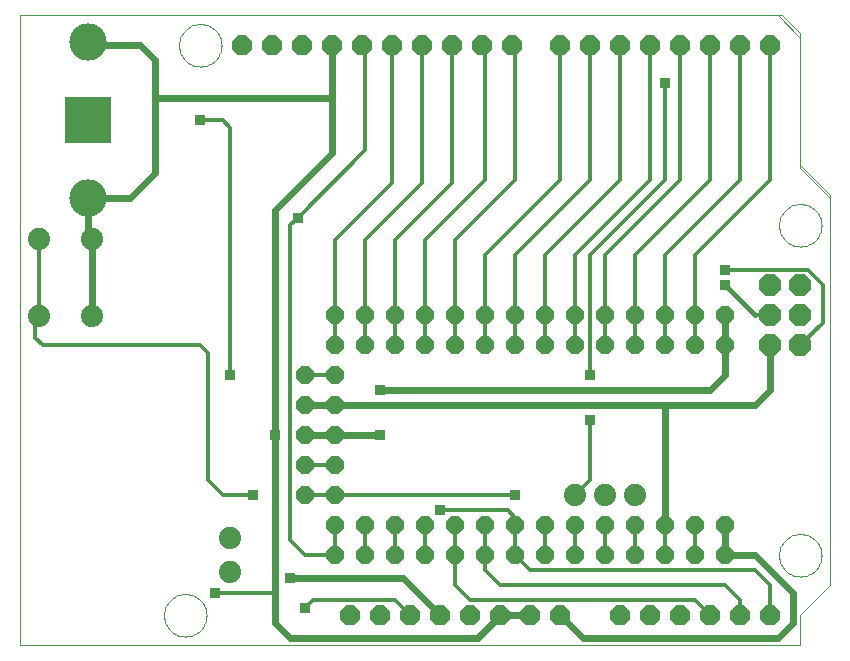
<source format=gbl>
G75*
G70*
%OFA0B0*%
%FSLAX24Y24*%
%IPPOS*%
%LPD*%
%AMOC8*
5,1,8,0,0,1.08239X$1,22.5*
%
%ADD10C,0.0000*%
%ADD11OC8,0.0740*%
%ADD12OC8,0.0660*%
%ADD13OC8,0.0600*%
%ADD14C,0.0740*%
%ADD15R,0.1560X0.1560*%
%ADD16C,0.1250*%
%ADD17C,0.0240*%
%ADD18R,0.0356X0.0356*%
%ADD19C,0.0120*%
%ADD20C,0.0160*%
D10*
X007831Y006663D02*
X007831Y027663D01*
X033231Y027663D01*
X033831Y027063D01*
X033831Y022563D01*
X034831Y021563D01*
X034831Y008663D01*
X033831Y007663D01*
X033831Y006663D01*
X007831Y006663D01*
X007831Y027663D01*
X033081Y027663D01*
X033831Y026913D01*
X033831Y022663D01*
X034831Y021663D01*
X034831Y008663D01*
X033831Y007663D01*
X033831Y006663D01*
X007831Y006663D01*
X012622Y007663D02*
X012624Y007716D01*
X012630Y007769D01*
X012640Y007821D01*
X012653Y007872D01*
X012671Y007922D01*
X012692Y007971D01*
X012717Y008018D01*
X012745Y008062D01*
X012777Y008105D01*
X012811Y008145D01*
X012849Y008183D01*
X012889Y008217D01*
X012932Y008249D01*
X012977Y008277D01*
X013023Y008302D01*
X013072Y008323D01*
X013122Y008341D01*
X013173Y008354D01*
X013225Y008364D01*
X013278Y008370D01*
X013331Y008372D01*
X013384Y008370D01*
X013437Y008364D01*
X013489Y008354D01*
X013540Y008341D01*
X013590Y008323D01*
X013639Y008302D01*
X013686Y008277D01*
X013730Y008249D01*
X013773Y008217D01*
X013813Y008183D01*
X013851Y008145D01*
X013885Y008105D01*
X013917Y008062D01*
X013945Y008017D01*
X013970Y007971D01*
X013991Y007922D01*
X014009Y007872D01*
X014022Y007821D01*
X014032Y007769D01*
X014038Y007716D01*
X014040Y007663D01*
X014038Y007610D01*
X014032Y007557D01*
X014022Y007505D01*
X014009Y007454D01*
X013991Y007404D01*
X013970Y007355D01*
X013945Y007308D01*
X013917Y007264D01*
X013885Y007221D01*
X013851Y007181D01*
X013813Y007143D01*
X013773Y007109D01*
X013730Y007077D01*
X013685Y007049D01*
X013639Y007024D01*
X013590Y007003D01*
X013540Y006985D01*
X013489Y006972D01*
X013437Y006962D01*
X013384Y006956D01*
X013331Y006954D01*
X013278Y006956D01*
X013225Y006962D01*
X013173Y006972D01*
X013122Y006985D01*
X013072Y007003D01*
X013023Y007024D01*
X012976Y007049D01*
X012932Y007077D01*
X012889Y007109D01*
X012849Y007143D01*
X012811Y007181D01*
X012777Y007221D01*
X012745Y007264D01*
X012717Y007309D01*
X012692Y007355D01*
X012671Y007404D01*
X012653Y007454D01*
X012640Y007505D01*
X012630Y007557D01*
X012624Y007610D01*
X012622Y007663D01*
X033122Y009663D02*
X033124Y009716D01*
X033130Y009769D01*
X033140Y009821D01*
X033153Y009872D01*
X033171Y009922D01*
X033192Y009971D01*
X033217Y010018D01*
X033245Y010062D01*
X033277Y010105D01*
X033311Y010145D01*
X033349Y010183D01*
X033389Y010217D01*
X033432Y010249D01*
X033477Y010277D01*
X033523Y010302D01*
X033572Y010323D01*
X033622Y010341D01*
X033673Y010354D01*
X033725Y010364D01*
X033778Y010370D01*
X033831Y010372D01*
X033884Y010370D01*
X033937Y010364D01*
X033989Y010354D01*
X034040Y010341D01*
X034090Y010323D01*
X034139Y010302D01*
X034186Y010277D01*
X034230Y010249D01*
X034273Y010217D01*
X034313Y010183D01*
X034351Y010145D01*
X034385Y010105D01*
X034417Y010062D01*
X034445Y010017D01*
X034470Y009971D01*
X034491Y009922D01*
X034509Y009872D01*
X034522Y009821D01*
X034532Y009769D01*
X034538Y009716D01*
X034540Y009663D01*
X034538Y009610D01*
X034532Y009557D01*
X034522Y009505D01*
X034509Y009454D01*
X034491Y009404D01*
X034470Y009355D01*
X034445Y009308D01*
X034417Y009264D01*
X034385Y009221D01*
X034351Y009181D01*
X034313Y009143D01*
X034273Y009109D01*
X034230Y009077D01*
X034185Y009049D01*
X034139Y009024D01*
X034090Y009003D01*
X034040Y008985D01*
X033989Y008972D01*
X033937Y008962D01*
X033884Y008956D01*
X033831Y008954D01*
X033778Y008956D01*
X033725Y008962D01*
X033673Y008972D01*
X033622Y008985D01*
X033572Y009003D01*
X033523Y009024D01*
X033476Y009049D01*
X033432Y009077D01*
X033389Y009109D01*
X033349Y009143D01*
X033311Y009181D01*
X033277Y009221D01*
X033245Y009264D01*
X033217Y009309D01*
X033192Y009355D01*
X033171Y009404D01*
X033153Y009454D01*
X033140Y009505D01*
X033130Y009557D01*
X033124Y009610D01*
X033122Y009663D01*
X033122Y020663D02*
X033124Y020716D01*
X033130Y020769D01*
X033140Y020821D01*
X033153Y020872D01*
X033171Y020922D01*
X033192Y020971D01*
X033217Y021018D01*
X033245Y021062D01*
X033277Y021105D01*
X033311Y021145D01*
X033349Y021183D01*
X033389Y021217D01*
X033432Y021249D01*
X033477Y021277D01*
X033523Y021302D01*
X033572Y021323D01*
X033622Y021341D01*
X033673Y021354D01*
X033725Y021364D01*
X033778Y021370D01*
X033831Y021372D01*
X033884Y021370D01*
X033937Y021364D01*
X033989Y021354D01*
X034040Y021341D01*
X034090Y021323D01*
X034139Y021302D01*
X034186Y021277D01*
X034230Y021249D01*
X034273Y021217D01*
X034313Y021183D01*
X034351Y021145D01*
X034385Y021105D01*
X034417Y021062D01*
X034445Y021017D01*
X034470Y020971D01*
X034491Y020922D01*
X034509Y020872D01*
X034522Y020821D01*
X034532Y020769D01*
X034538Y020716D01*
X034540Y020663D01*
X034538Y020610D01*
X034532Y020557D01*
X034522Y020505D01*
X034509Y020454D01*
X034491Y020404D01*
X034470Y020355D01*
X034445Y020308D01*
X034417Y020264D01*
X034385Y020221D01*
X034351Y020181D01*
X034313Y020143D01*
X034273Y020109D01*
X034230Y020077D01*
X034185Y020049D01*
X034139Y020024D01*
X034090Y020003D01*
X034040Y019985D01*
X033989Y019972D01*
X033937Y019962D01*
X033884Y019956D01*
X033831Y019954D01*
X033778Y019956D01*
X033725Y019962D01*
X033673Y019972D01*
X033622Y019985D01*
X033572Y020003D01*
X033523Y020024D01*
X033476Y020049D01*
X033432Y020077D01*
X033389Y020109D01*
X033349Y020143D01*
X033311Y020181D01*
X033277Y020221D01*
X033245Y020264D01*
X033217Y020309D01*
X033192Y020355D01*
X033171Y020404D01*
X033153Y020454D01*
X033140Y020505D01*
X033130Y020557D01*
X033124Y020610D01*
X033122Y020663D01*
X013122Y026663D02*
X013124Y026716D01*
X013130Y026769D01*
X013140Y026821D01*
X013153Y026872D01*
X013171Y026922D01*
X013192Y026971D01*
X013217Y027018D01*
X013245Y027062D01*
X013277Y027105D01*
X013311Y027145D01*
X013349Y027183D01*
X013389Y027217D01*
X013432Y027249D01*
X013477Y027277D01*
X013523Y027302D01*
X013572Y027323D01*
X013622Y027341D01*
X013673Y027354D01*
X013725Y027364D01*
X013778Y027370D01*
X013831Y027372D01*
X013884Y027370D01*
X013937Y027364D01*
X013989Y027354D01*
X014040Y027341D01*
X014090Y027323D01*
X014139Y027302D01*
X014186Y027277D01*
X014230Y027249D01*
X014273Y027217D01*
X014313Y027183D01*
X014351Y027145D01*
X014385Y027105D01*
X014417Y027062D01*
X014445Y027017D01*
X014470Y026971D01*
X014491Y026922D01*
X014509Y026872D01*
X014522Y026821D01*
X014532Y026769D01*
X014538Y026716D01*
X014540Y026663D01*
X014538Y026610D01*
X014532Y026557D01*
X014522Y026505D01*
X014509Y026454D01*
X014491Y026404D01*
X014470Y026355D01*
X014445Y026308D01*
X014417Y026264D01*
X014385Y026221D01*
X014351Y026181D01*
X014313Y026143D01*
X014273Y026109D01*
X014230Y026077D01*
X014185Y026049D01*
X014139Y026024D01*
X014090Y026003D01*
X014040Y025985D01*
X013989Y025972D01*
X013937Y025962D01*
X013884Y025956D01*
X013831Y025954D01*
X013778Y025956D01*
X013725Y025962D01*
X013673Y025972D01*
X013622Y025985D01*
X013572Y026003D01*
X013523Y026024D01*
X013476Y026049D01*
X013432Y026077D01*
X013389Y026109D01*
X013349Y026143D01*
X013311Y026181D01*
X013277Y026221D01*
X013245Y026264D01*
X013217Y026309D01*
X013192Y026355D01*
X013171Y026404D01*
X013153Y026454D01*
X013140Y026505D01*
X013130Y026557D01*
X013124Y026610D01*
X013122Y026663D01*
D11*
X032831Y018663D03*
X033831Y018663D03*
X033831Y017663D03*
X032831Y017663D03*
X032831Y016663D03*
X033831Y016663D03*
D12*
X032831Y007663D03*
X031831Y007663D03*
X030831Y007663D03*
X029831Y007663D03*
X028831Y007663D03*
X027831Y007663D03*
X025831Y007663D03*
X024831Y007663D03*
X023831Y007663D03*
X022831Y007663D03*
X021831Y007663D03*
X020831Y007663D03*
X019831Y007663D03*
X018831Y007663D03*
X019231Y026663D03*
X020231Y026663D03*
X021231Y026663D03*
X022231Y026663D03*
X023231Y026663D03*
X024231Y026663D03*
X025831Y026663D03*
X026831Y026663D03*
X027831Y026663D03*
X028831Y026663D03*
X029831Y026663D03*
X030831Y026663D03*
X031831Y026663D03*
X032831Y026663D03*
X018231Y026663D03*
X017231Y026663D03*
X016231Y026663D03*
X015231Y026663D03*
D13*
X018331Y017663D03*
X019331Y017663D03*
X020331Y017663D03*
X021331Y017663D03*
X022331Y017663D03*
X023331Y017663D03*
X024331Y017663D03*
X025331Y017663D03*
X026331Y017663D03*
X027331Y017663D03*
X028331Y017663D03*
X029331Y017663D03*
X030331Y017663D03*
X031331Y017663D03*
X031331Y016663D03*
X030331Y016663D03*
X029331Y016663D03*
X028331Y016663D03*
X027331Y016663D03*
X026331Y016663D03*
X025331Y016663D03*
X024331Y016663D03*
X023331Y016663D03*
X022331Y016663D03*
X021331Y016663D03*
X020331Y016663D03*
X019331Y016663D03*
X018331Y016663D03*
X018331Y015663D03*
X017331Y015663D03*
X017331Y014663D03*
X018331Y014663D03*
X018331Y013663D03*
X017331Y013663D03*
X017331Y012663D03*
X018331Y012663D03*
X018331Y011663D03*
X018331Y010663D03*
X019331Y010663D03*
X020331Y010663D03*
X021331Y010663D03*
X022331Y010663D03*
X023331Y010663D03*
X024331Y010663D03*
X025331Y010663D03*
X026331Y010663D03*
X027331Y010663D03*
X028331Y010663D03*
X029331Y010663D03*
X030331Y010663D03*
X031331Y010663D03*
X031331Y009663D03*
X030331Y009663D03*
X029331Y009663D03*
X028331Y009663D03*
X027331Y009663D03*
X026331Y009663D03*
X025331Y009663D03*
X024331Y009663D03*
X023331Y009663D03*
X022331Y009663D03*
X021331Y009663D03*
X020331Y009663D03*
X019331Y009663D03*
X018331Y009663D03*
X017331Y011663D03*
D14*
X014831Y010233D03*
X014831Y009093D03*
X010221Y017633D03*
X008441Y017633D03*
X008441Y020193D03*
X010221Y020193D03*
X026331Y011663D03*
X027331Y011663D03*
X028331Y011663D03*
D15*
X010081Y024163D03*
D16*
X010081Y021563D03*
X010081Y026763D03*
D17*
X010181Y026663D01*
X011831Y026663D01*
X012331Y026163D01*
X012331Y024913D01*
X012331Y022413D01*
X011481Y021563D01*
X010081Y021563D01*
X010081Y020333D01*
X010221Y020193D01*
X010221Y017633D01*
X016331Y021163D02*
X016331Y013663D01*
X016331Y008413D01*
X016331Y007413D01*
X016831Y006913D01*
X023081Y006913D01*
X023831Y007663D01*
X024831Y007663D01*
X025831Y007663D02*
X026581Y006913D01*
X033081Y006913D01*
X033581Y007413D01*
X033581Y008413D01*
X032331Y009663D01*
X031331Y009663D01*
X031331Y010663D01*
X029331Y010663D02*
X029331Y014663D01*
X018331Y014663D01*
X017331Y014663D01*
X017331Y013663D02*
X018331Y013663D01*
X019831Y013663D01*
X019831Y015163D02*
X030831Y015163D01*
X031331Y015663D01*
X031331Y016663D01*
X031331Y017663D01*
X032831Y016663D02*
X032831Y015163D01*
X032331Y014663D01*
X029331Y014663D01*
X021831Y007663D02*
X020581Y008913D01*
X016831Y008913D01*
X016331Y021163D02*
X018231Y023063D01*
X018231Y024913D01*
X012331Y024913D01*
X018231Y024913D02*
X018231Y026663D01*
D18*
X013831Y024163D03*
X017081Y020913D03*
X014831Y015663D03*
X016331Y013663D03*
X015581Y011663D03*
X016831Y008913D03*
X017331Y007913D03*
X014331Y008413D03*
X019831Y013663D03*
X019831Y015163D03*
X024331Y011663D03*
X021831Y011163D03*
X026831Y014163D03*
X026831Y015663D03*
X031331Y018663D03*
X031331Y019163D03*
X029331Y025413D03*
D19*
X029331Y022163D01*
X026831Y019663D01*
X026831Y015663D01*
X027331Y016663D02*
X027331Y017663D01*
X027331Y019663D01*
X029831Y022163D01*
X029831Y026663D01*
X030831Y026663D02*
X030831Y022163D01*
X028331Y019663D01*
X028331Y016663D01*
X028331Y017663D01*
X029331Y017663D02*
X029331Y019663D01*
X031831Y022163D01*
X031831Y026663D01*
X032831Y026663D02*
X032831Y022163D01*
X030331Y019663D01*
X030331Y017663D01*
X030331Y016663D01*
X029331Y016663D02*
X029331Y017663D01*
X031331Y019163D02*
X034081Y019163D01*
X034581Y018663D01*
X034581Y017413D01*
X033831Y016663D01*
X032831Y017663D02*
X032331Y017663D01*
X028831Y022163D02*
X028831Y026663D01*
X027831Y026663D02*
X027831Y022163D01*
X025331Y019663D01*
X025331Y016663D01*
X025331Y017663D01*
X026331Y017663D02*
X026331Y016663D01*
X026331Y019663D01*
X028831Y022163D01*
X026831Y022163D02*
X024331Y019663D01*
X024331Y017663D01*
X024331Y016663D01*
X023331Y016663D02*
X023331Y019663D01*
X025831Y022163D01*
X025831Y026663D01*
X026831Y026663D02*
X026831Y022163D01*
X024331Y022163D02*
X024331Y026563D01*
X024231Y026663D01*
X023331Y026563D02*
X023231Y026663D01*
X023331Y026563D02*
X023331Y022163D01*
X021331Y020163D01*
X021331Y017663D01*
X021331Y016663D01*
X022331Y016663D02*
X022331Y017663D01*
X022331Y020163D01*
X024331Y022163D01*
X022231Y022063D02*
X020331Y020163D01*
X020331Y017663D01*
X020331Y016663D01*
X019331Y016663D02*
X019331Y017663D01*
X019331Y020163D01*
X021231Y022063D01*
X021231Y026663D01*
X022231Y026663D02*
X022231Y022063D01*
X020231Y022063D02*
X018331Y020163D01*
X018331Y017663D01*
X018331Y016663D01*
X018331Y015663D02*
X017331Y015663D01*
X014831Y015663D02*
X014831Y023913D01*
X014581Y024163D01*
X013831Y024163D01*
X017081Y020913D02*
X019331Y023163D01*
X019331Y026563D01*
X019231Y026663D01*
X020231Y026663D02*
X020231Y022063D01*
X017081Y020913D02*
X016831Y020663D01*
X016831Y010163D01*
X017331Y009663D01*
X018331Y009663D01*
X018331Y010663D01*
X019331Y010663D02*
X019331Y009663D01*
X020331Y009663D02*
X020331Y010663D01*
X021331Y010663D02*
X021331Y009663D01*
X022331Y009663D02*
X022331Y008663D01*
X022831Y008163D01*
X030331Y008163D01*
X030831Y007663D01*
X031831Y007663D02*
X031831Y008163D01*
X031331Y008663D01*
X023831Y008663D01*
X023331Y009163D01*
X023331Y009663D01*
X023331Y010663D01*
X024081Y011163D02*
X021831Y011163D01*
X022331Y010663D02*
X022331Y009663D01*
X020831Y007663D02*
X020331Y008163D01*
X017581Y008163D01*
X017331Y007913D01*
X016331Y008413D02*
X014331Y008413D01*
X014581Y011663D02*
X014081Y012163D01*
X014081Y016413D01*
X013831Y016663D01*
X008581Y016663D01*
X008331Y016913D01*
X008331Y017523D01*
X008441Y017633D02*
X008441Y020193D01*
X017331Y012663D02*
X018331Y012663D01*
X018331Y011663D02*
X017331Y011663D01*
X018331Y011663D02*
X024331Y011663D01*
X024081Y011163D02*
X024331Y010913D01*
X024331Y010663D01*
X024331Y009663D01*
X024831Y009163D01*
X032331Y009163D01*
X032831Y008663D01*
X032831Y007663D01*
X030331Y009663D02*
X030331Y010663D01*
X029331Y010663D02*
X029331Y009663D01*
X028331Y009663D02*
X028331Y010663D01*
X027331Y010663D02*
X027331Y009663D01*
X026331Y009663D02*
X026331Y010663D01*
X026331Y011663D02*
X026831Y012163D01*
X026831Y014163D01*
X023331Y016663D02*
X023331Y017663D01*
X015581Y011663D02*
X014581Y011663D01*
X022831Y007663D02*
X022901Y007663D01*
X025331Y009663D02*
X025331Y010663D01*
D20*
X032331Y017663D02*
X031331Y018663D01*
M02*

</source>
